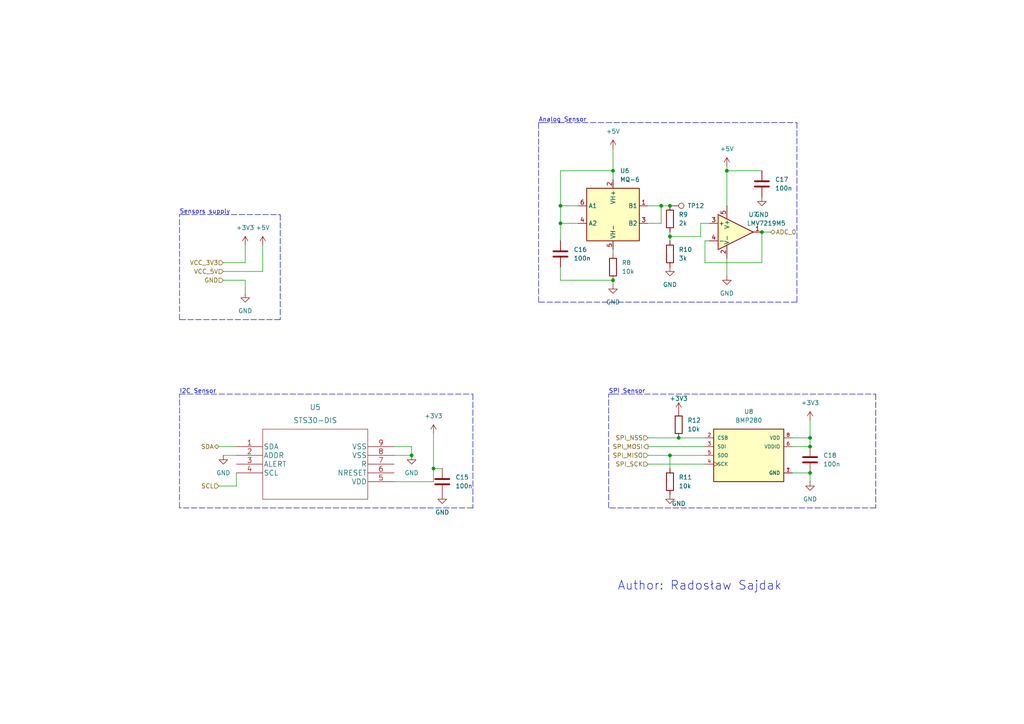
<source format=kicad_sch>
(kicad_sch (version 20211123) (generator eeschema)
  (paper "A4")
  (lib_symbols
    (symbol "BMP280:BMP280" (pin_names (offset 1.016))
      (property "Reference" "U" (at -10.1854 7.6454 0))
      (property "Value" "BMP280" (at -10.16 -10.16 0))
      (symbol "BMP280_0_0"
        (rectangle (start -10.16 -7.62) (end 10.16 7.62) (stroke (width 0.254)) (fill (type background)))
        (pin power_in line (at 12.7 -5.08 180) (length 2.54) (name "GND") (number "1"))
        (pin input line (at -12.7 5.08 0) (length 2.54) (name "CSB") (number "2"))
        (pin bidirectional line (at -12.7 2.54 0) (length 2.54) (name "SDI") (number "3"))
        (pin input clock (at -12.7 -2.54 0) (length 2.54) (name "SCK") (number "4"))
        (pin bidirectional line (at -12.7 0 0) (length 2.54) (name "SDO") (number "5"))
        (pin power_in line (at 12.7 2.54 180) (length 2.54) (name "VDDIO") (number "6"))
        (pin power_in line (at 12.7 -5.08 180) (length 2.54) (name "GND") (number "7"))
        (pin power_in line (at 12.7 5.08 180) (length 2.54) (name "VDD") (number "8"))
      )
    )
    (symbol "Comparator:LMV7219M5" (pin_names (offset 0.127))
      (property "Reference" "U" (at -1.27 6.35 0))
      (property "Value" "LMV7219M5" (at -1.27 3.81 0))
      (symbol "LMV7219M5_0_1"
        (polyline (pts (xy -5.08 5.08) (xy 5.08 0) (xy -5.08 -5.08) (xy -5.08 5.08)) (stroke (width 0.254)) (fill (type background)))
        (pin power_in line (at -2.54 -7.62 90) (length 3.81) (name "V-") (number "2"))
        (pin power_in line (at -2.54 7.62 270) (length 3.81) (name "V+") (number "5"))
      )
      (symbol "LMV7219M5_1_1"
        (pin output line (at 7.62 0 180) (length 2.54) (name "~") (number "1"))
        (pin input line (at -7.62 2.54 0) (length 2.54) (name "+") (number "3"))
        (pin input line (at -7.62 -2.54 0) (length 2.54) (name "-") (number "4"))
      )
    )
    (symbol "Connector:TestPoint" (pin_numbers hide) (pin_names (offset 0.762) hide)
      (property "Reference" "TP" (at 0 6.858 0))
      (property "Value" "TestPoint" (at 0 5.08 0))
      (symbol "TestPoint_0_1"
        (circle (center 0 3.302) (radius 0.762))
      )
      (symbol "TestPoint_1_1"
        (pin passive line (at 0 0 90) (length 2.54) (name "1") (number "1"))
      )
    )
    (symbol "Device:C" (pin_numbers hide) (pin_names (offset 0.254))
      (property "Reference" "C" (at 0.635 2.54 0))
      (property "Value" "C" (at 0.635 -2.54 0))
      (symbol "C_0_1"
        (polyline (pts (xy -2.032 -0.762) (xy 2.032 -0.762)) (stroke (width 0.508)))
        (polyline (pts (xy -2.032 0.762) (xy 2.032 0.762)) (stroke (width 0.508)))
      )
      (symbol "C_1_1"
        (pin passive line (at 0 3.81 270) (length 2.794) (name "~") (number "1"))
        (pin passive line (at 0 -3.81 90) (length 2.794) (name "~") (number "2"))
      )
    )
    (symbol "Device:R" (pin_numbers hide) (pin_names (offset 0))
      (property "Reference" "R" (at 2.032 0 90))
      (property "Value" "R" (at 0 0 90))
      (symbol "R_0_1"
        (rectangle (start -1.016 -2.54) (end 1.016 2.54) (stroke (width 0.254)))
      )
      (symbol "R_1_1"
        (pin passive line (at 0 3.81 270) (length 1.27) (name "~") (number "1"))
        (pin passive line (at 0 -3.81 90) (length 1.27) (name "~") (number "2"))
      )
    )
    (symbol "STS30:STS30-DIS" (pin_names (offset 0.254))
      (property "Reference" "U" (at 22.86 10.16 0))
      (property "Value" "STS30-DIS" (at 22.86 7.62 0))
      (symbol "STS30-DIS_1_1"
        (polyline (pts (xy 7.62 -15.24) (xy 38.1 -15.24)) (stroke (width 0.127)))
        (polyline (pts (xy 7.62 5.08) (xy 7.62 -15.24)) (stroke (width 0.127)))
        (polyline (pts (xy 38.1 -15.24) (xy 38.1 5.08)) (stroke (width 0.127)))
        (polyline (pts (xy 38.1 5.08) (xy 7.62 5.08)) (stroke (width 0.127)))
        (pin bidirectional line (at 0 0 0) (length 7.62) (name "SDA") (number "1"))
        (pin input line (at 0 -2.54 0) (length 7.62) (name "ADDR") (number "2"))
        (pin output line (at 0 -5.08 0) (length 7.62) (name "ALERT") (number "3"))
        (pin bidirectional line (at 0 -7.62 0) (length 7.62) (name "SCL") (number "4"))
        (pin power_in line (at 45.72 -10.16 180) (length 7.62) (name "VDD") (number "5"))
        (pin input line (at 45.72 -7.62 180) (length 7.62) (name "NRESET") (number "6"))
        (pin power_in line (at 45.72 -5.08 180) (length 7.62) (name "R") (number "7"))
        (pin power_in line (at 45.72 -2.54 180) (length 7.62) (name "VSS") (number "8"))
        (pin power_in line (at 45.72 0 180) (length 7.62) (name "VSS") (number "9"))
      )
    )
    (symbol "Sensor_Gas:MQ-6"
      (property "Reference" "U" (at -6.35 8.89 0))
      (property "Value" "MQ-6" (at 3.81 8.89 0))
      (symbol "MQ-6_0_1"
        (rectangle (start -7.62 7.62) (end 7.62 -7.62) (stroke (width 0.254)) (fill (type background)))
      )
      (symbol "MQ-6_1_1"
        (pin passive line (at 10.16 2.54 180) (length 2.54) (name "B1") (number "1"))
        (pin power_in line (at 0 10.16 270) (length 2.54) (name "VH+") (number "2"))
        (pin passive line (at 10.16 -2.54 180) (length 2.54) (name "B2") (number "3"))
        (pin passive line (at -10.16 -2.54 0) (length 2.54) (name "A2") (number "4"))
        (pin power_in line (at 0 -10.16 90) (length 2.54) (name "VH-") (number "5"))
        (pin passive line (at -10.16 2.54 0) (length 2.54) (name "A1") (number "6"))
      )
    )
    (symbol "power:+3V3" (power) (pin_names (offset 0))
      (property "Value" "+3V3" (at 0 3.556 0))
      (symbol "+3V3_0_1"
        (polyline (pts (xy -0.762 1.27) (xy 0 2.54)))
        (polyline (pts (xy 0 0) (xy 0 2.54)))
        (polyline (pts (xy 0 2.54) (xy 0.762 1.27)))
      )
      (symbol "+3V3_1_1"
        (pin power_in line (at 0 0 90) (length 0) hide (name "+3V3") (number "1"))
      )
    )
    (symbol "power:+5V" (power) (pin_names (offset 0))
      (property "Value" "+5V" (at 0 3.556 0))
      (symbol "+5V_0_1"
        (polyline (pts (xy -0.762 1.27) (xy 0 2.54)))
        (polyline (pts (xy 0 0) (xy 0 2.54)))
        (polyline (pts (xy 0 2.54) (xy 0.762 1.27)))
      )
      (symbol "+5V_1_1"
        (pin power_in line (at 0 0 90) (length 0) hide (name "+5V") (number "1"))
      )
    )
    (symbol "power:GND" (power) (pin_names (offset 0))
      (property "Value" "GND" (at 0 -3.81 0))
      (symbol "GND_0_1"
        (polyline (pts (xy 0 0) (xy 0 -1.27) (xy 1.27 -1.27) (xy 0 -2.54) (xy -1.27 -1.27) (xy 0 -1.27)))
      )
      (symbol "GND_1_1"
        (pin power_in line (at 0 0 270) (length 0) hide (name "GND") (number "1"))
      )
    )
  )
  (junction (at 162.56 64.77))
  (junction (at 125.73 135.89))
  (junction (at 162.56 59.69))
  (junction (at 119.38 132.08))
  (junction (at 194.31 59.69))
  (junction (at 234.95 129.54))
  (junction (at 177.8 49.53))
  (junction (at 191.77 59.69))
  (junction (at 196.85 127))
  (junction (at 194.31 132.08))
  (junction (at 194.31 68.58))
  (junction (at 234.95 137.16))
  (junction (at 220.98 67.31))
  (junction (at 177.8 81.28))
  (junction (at 234.95 127))
  (junction (at 210.82 49.53))
  (polyline (pts (xy 81.28 62.23) (xy 81.28 92.71)))
  (polyline (pts (xy 81.28 92.71) (xy 52.07 92.71)))
  (wire (pts (xy 187.96 127) (xy 196.85 127)))
  (wire (pts (xy 234.95 121.92) (xy 234.95 127)))
  (wire (pts (xy 194.31 132.08) (xy 204.47 132.08)))
  (wire (pts (xy 210.82 74.93) (xy 210.82 80.01)))
  (polyline (pts (xy 52.07 92.71) (xy 52.07 62.23)))
  (wire (pts (xy 203.2 68.58) (xy 194.31 68.58)))
  (wire (pts (xy 128.27 135.89) (xy 125.73 135.89)))
  (wire (pts (xy 194.31 68.58) (xy 194.31 69.85)))
  (polyline (pts (xy 176.53 114.3) (xy 177.8 114.3)))
  (wire (pts (xy 187.96 134.62) (xy 204.47 134.62)))
  (polyline (pts (xy 156.21 35.56) (xy 157.48 35.56)))
  (polyline (pts (xy 52.07 114.3) (xy 137.16 114.3)))
  (wire (pts (xy 162.56 59.69) (xy 162.56 49.53)))
  (wire (pts (xy 162.56 69.85) (xy 162.56 64.77)))
  (wire (pts (xy 210.82 49.53) (xy 220.98 49.53)))
  (wire (pts (xy 220.98 67.31) (xy 220.98 76.2)))
  (wire (pts (xy 229.87 129.54) (xy 234.95 129.54)))
  (polyline (pts (xy 52.07 62.23) (xy 53.34 62.23)))
  (wire (pts (xy 194.31 132.08) (xy 194.31 135.89)))
  (wire (pts (xy 210.82 49.53) (xy 210.82 59.69)))
  (polyline (pts (xy 53.34 62.23) (xy 81.28 62.23)))
  (wire (pts (xy 64.77 132.08) (xy 68.58 132.08)))
  (wire (pts (xy 234.95 129.54) (xy 234.95 127)))
  (wire (pts (xy 64.77 78.74) (xy 76.2 78.74)))
  (wire (pts (xy 64.77 81.28) (xy 71.12 81.28)))
  (wire (pts (xy 114.3 132.08) (xy 119.38 132.08)))
  (wire (pts (xy 187.96 132.08) (xy 194.31 132.08)))
  (polyline (pts (xy 176.53 147.32) (xy 176.53 114.3)))
  (polyline (pts (xy 231.14 87.63) (xy 156.21 87.63)))
  (polyline (pts (xy 177.8 114.3) (xy 254 114.3)))
  (wire (pts (xy 203.2 64.77) (xy 203.2 68.58)))
  (polyline (pts (xy 254 114.3) (xy 254 147.32)))
  (wire (pts (xy 76.2 78.74) (xy 76.2 71.12)))
  (polyline (pts (xy 231.14 35.56) (xy 231.14 87.63)))
  (wire (pts (xy 210.82 48.26) (xy 210.82 49.53)))
  (wire (pts (xy 177.8 49.53) (xy 177.8 52.07)))
  (wire (pts (xy 234.95 137.16) (xy 229.87 137.16)))
  (wire (pts (xy 196.85 127) (xy 204.47 127)))
  (wire (pts (xy 234.95 127) (xy 229.87 127)))
  (wire (pts (xy 187.96 64.77) (xy 191.77 64.77)))
  (wire (pts (xy 187.96 59.69) (xy 191.77 59.69)))
  (wire (pts (xy 162.56 59.69) (xy 167.64 59.69)))
  (wire (pts (xy 71.12 76.2) (xy 71.12 71.12)))
  (wire (pts (xy 204.47 69.85) (xy 205.74 69.85)))
  (wire (pts (xy 234.95 139.7) (xy 234.95 137.16)))
  (polyline (pts (xy 157.48 35.56) (xy 231.14 35.56)))
  (wire (pts (xy 119.38 132.08) (xy 119.38 129.54)))
  (wire (pts (xy 220.98 67.31) (xy 223.52 67.31)))
  (wire (pts (xy 191.77 64.77) (xy 191.77 59.69)))
  (wire (pts (xy 191.77 59.69) (xy 194.31 59.69)))
  (wire (pts (xy 125.73 139.7) (xy 114.3 139.7)))
  (polyline (pts (xy 52.07 147.32) (xy 52.07 114.3)))
  (polyline (pts (xy 137.16 147.32) (xy 52.07 147.32)))
  (wire (pts (xy 64.77 76.2) (xy 71.12 76.2)))
  (wire (pts (xy 220.98 76.2) (xy 204.47 76.2)))
  (wire (pts (xy 162.56 81.28) (xy 177.8 81.28)))
  (wire (pts (xy 125.73 125.73) (xy 125.73 135.89)))
  (wire (pts (xy 167.64 64.77) (xy 162.56 64.77)))
  (wire (pts (xy 119.38 129.54) (xy 114.3 129.54)))
  (wire (pts (xy 177.8 73.66) (xy 177.8 72.39)))
  (wire (pts (xy 63.5 129.54) (xy 68.58 129.54)))
  (wire (pts (xy 162.56 77.47) (xy 162.56 81.28)))
  (polyline (pts (xy 156.21 87.63) (xy 156.21 35.56)))
  (wire (pts (xy 177.8 81.28) (xy 177.8 82.55)))
  (wire (pts (xy 177.8 43.18) (xy 177.8 49.53)))
  (wire (pts (xy 125.73 135.89) (xy 125.73 139.7)))
  (polyline (pts (xy 254 147.32) (xy 176.53 147.32)))
  (wire (pts (xy 194.31 67.31) (xy 194.31 68.58)))
  (wire (pts (xy 68.58 137.16) (xy 68.58 140.97)))
  (wire (pts (xy 63.5 140.97) (xy 68.58 140.97)))
  (wire (pts (xy 162.56 49.53) (xy 177.8 49.53)))
  (polyline (pts (xy 137.16 114.3) (xy 137.16 147.32)))
  (wire (pts (xy 71.12 81.28) (xy 71.12 85.09)))
  (wire (pts (xy 205.74 64.77) (xy 203.2 64.77)))
  (wire (pts (xy 162.56 64.77) (xy 162.56 59.69)))
  (wire (pts (xy 187.96 129.54) (xy 204.47 129.54)))
  (wire (pts (xy 204.47 76.2) (xy 204.47 69.85)))
  (text "SPI Sensor" (at 176.53 114.3 0) (effects (font (size 1.27 1.27)) (justify left bottom)))
  (text "Author: Radosław Sajdak" (at 179.07 171.45 0) (effects (font (size 2.54 2.54)) (justify left bottom)))
  (text "Analog Sensor" (at 156.21 35.56 0) (effects (font (size 1.27 1.27)) (justify left bottom)))
  (text "Sensors supply" (at 52.07 62.23 0) (effects (font (size 1.27 1.27)) (justify left bottom)))
  (text "I2C Sensor" (at 52.07 114.3 0) (effects (font (size 1.27 1.27)) (justify left bottom)))
  (hierarchical_label "SPI_MISO" (shape input) (at 187.96 132.08 180))
  (hierarchical_label "GND" (shape input) (at 64.77 81.28 180))
  (hierarchical_label "SPI_SCK" (shape input) (at 187.96 134.62 180))
  (hierarchical_label "SPI_MOSI" (shape output) (at 187.96 129.54 180))
  (hierarchical_label "VCC_5V" (shape input) (at 64.77 78.74 180))
  (hierarchical_label "SDA" (shape bidirectional) (at 63.5 129.54 180))
  (hierarchical_label "ADC_0" (shape bidirectional) (at 223.52 67.31 0))
  (hierarchical_label "SPI_NSS" (shape input) (at 187.96 127 180))
  (hierarchical_label "SCL" (shape input) (at 63.5 140.97 180))
  (hierarchical_label "VCC_3V3" (shape input) (at 64.77 76.2 180))
  (symbol (lib_id "power:+3V3") (at 125.73 125.73 0) (unit 1)
    (property "Reference" "#PWR046" (effects hide))
    (property "Value" "+3V3" (at 125.73 120.65 0))
  )
  (symbol (lib_id "Device:C") (at 234.95 133.35 0) (unit 1)
    (property "Reference" "C18" (at 238.76 132.0799 0) (effects (justify left)))
    (property "Value" "100n" (at 238.76 134.6199 0) (effects (justify left)))
    (property "Footprint" "Capacitor_SMD:C_0805_2012Metric" (effects hide))
  )
  (symbol (lib_id "power:GND") (at 194.31 77.47 0) (unit 1)
    (property "Reference" "#PWR050" (effects hide))
    (property "Value" "GND" (at 194.31 82.55 0))
  )
  (symbol (lib_id "Connector:TestPoint") (at 194.31 59.69 270) (unit 1)
    (property "Reference" "TP12" (at 199.39 59.69 90) (effects (justify left)))
    (property "Value" "TestPoint" (effects hide))
    (property "Footprint" "TestPoint:TestPoint_Pad_D1.0mm" (effects hide))
  )
  (symbol (lib_id "power:GND") (at 220.98 57.15 0) (unit 1)
    (property "Reference" "#PWR055" (effects hide))
    (property "Value" "~" (at 220.98 62.23 0))
  )
  (symbol (lib_id "Device:R") (at 177.8 77.47 0) (unit 1)
    (property "Reference" "R8" (at 180.34 76.1999 0) (effects (justify left)))
    (property "Value" "10k" (at 180.34 78.7399 0) (effects (justify left)))
    (property "Footprint" "Resistor_SMD:R_0805_2012Metric" (effects hide))
  )
  (symbol (lib_id "Device:C") (at 162.56 73.66 0) (unit 1)
    (property "Reference" "C16" (at 166.37 72.3899 0) (effects (justify left)))
    (property "Value" "100n" (at 166.37 74.9299 0) (effects (justify left)))
    (property "Footprint" "Capacitor_SMD:C_0805_2012Metric" (effects hide))
  )
  (symbol (lib_id "Sensor_Gas:MQ-6") (at 177.8 62.23 0) (unit 1)
    (property "Reference" "U6" (at 179.8194 49.53 0) (effects (justify left)))
    (property "Value" "MQ-6" (at 179.8194 52.07 0) (effects (justify left)))
    (property "Footprint" "Sensor:MQ-6" (effects hide))
    (property "Datasheet" "https://www.winsen-sensor.com/d/files/semiconductor/mq-6.pdf" (effects hide))
  )
  (symbol (lib_id "power:GND") (at 234.95 139.7 0) (unit 1)
    (property "Reference" "#PWR057" (effects hide))
    (property "Value" "GND" (at 234.95 144.78 0))
  )
  (symbol (lib_id "STS30:STS30-DIS") (at 68.58 129.54 0) (unit 1)
    (property "Reference" "U5" (at 91.44 118.11 0) (effects (font (size 1.524 1.524))))
    (property "Value" "STS30-DIS" (at 91.44 121.92 0) (effects (font (size 1.524 1.524))))
    (property "Footprint" "STS30-DIS:STS30-DIS" (effects hide))
  )
  (symbol (lib_id "power:GND") (at 119.38 132.08 0) (unit 1)
    (property "Reference" "#PWR045" (effects hide))
    (property "Value" "GND" (at 119.38 137.16 0))
  )
  (symbol (lib_id "power:GND") (at 210.82 80.01 0) (unit 1)
    (property "Reference" "#PWR054" (effects hide))
    (property "Value" "GND" (at 210.82 85.09 0))
  )
  (symbol (lib_id "power:GND") (at 177.8 82.55 0) (unit 1)
    (property "Reference" "#PWR049" (effects hide))
    (property "Value" "~" (at 177.8 87.63 0))
  )
  (symbol (lib_id "power:+5V") (at 177.8 43.18 0) (unit 1)
    (property "Reference" "#PWR048" (effects hide))
    (property "Value" "+5V" (at 177.8 38.1 0))
  )
  (symbol (lib_id "Device:R") (at 194.31 139.7 0) (unit 1)
    (property "Reference" "R11" (at 196.85 138.4299 0) (effects (justify left)))
    (property "Value" "10k" (at 196.85 140.9699 0) (effects (justify left)))
    (property "Footprint" "Resistor_SMD:R_0805_2012Metric" (effects hide))
  )
  (symbol (lib_id "power:+3V3") (at 196.85 119.38 0) (unit 1)
    (property "Reference" "#PWR052" (effects hide))
    (property "Value" "+3V3" (at 196.85 115.57 0))
  )
  (symbol (lib_id "Device:R") (at 196.85 123.19 0) (unit 1)
    (property "Reference" "R12" (at 199.39 121.9199 0) (effects (justify left)))
    (property "Value" "10k" (at 199.39 124.4599 0) (effects (justify left)))
    (property "Footprint" "Resistor_SMD:R_0805_2012Metric" (effects hide))
  )
  (symbol (lib_id "Device:C") (at 128.27 139.7 0) (unit 1)
    (property "Reference" "C15" (at 132.08 138.4299 0) (effects (justify left)))
    (property "Value" "100n" (at 132.08 140.9699 0) (effects (justify left)))
    (property "Footprint" "Capacitor_SMD:C_0805_2012Metric" (effects hide))
  )
  (symbol (lib_id "power:GND") (at 64.77 132.08 0) (unit 1)
    (property "Reference" "#PWR041" (effects hide))
    (property "Value" "GND" (at 64.77 137.16 0))
  )
  (symbol (lib_id "Device:R") (at 194.31 73.66 0) (unit 1)
    (property "Reference" "R10" (at 196.85 72.3899 0) (effects (justify left)))
    (property "Value" "3k" (at 196.85 74.9299 0) (effects (justify left)))
    (property "Footprint" "Resistor_SMD:R_0805_2012Metric" (effects hide))
  )
  (symbol (lib_id "Device:R") (at 194.31 63.5 0) (unit 1)
    (property "Reference" "R9" (at 196.85 62.2299 0) (effects (justify left)))
    (property "Value" "2k" (at 196.85 64.7699 0) (effects (justify left)))
    (property "Footprint" "Resistor_SMD:R_0805_2012Metric" (effects hide))
  )
  (symbol (lib_id "power:GND") (at 194.31 143.51 0) (unit 1)
    (property "Reference" "#PWR051" (effects hide))
    (property "Value" "GND" (at 196.85 146.05 0))
  )
  (symbol (lib_id "power:+5V") (at 76.2 71.12 0) (unit 1)
    (property "Reference" "#PWR044" (effects hide))
    (property "Value" "+5V" (at 76.2 66.04 0))
  )
  (symbol (lib_id "Device:C") (at 220.98 53.34 0) (unit 1)
    (property "Reference" "C17" (at 224.79 52.0699 0) (effects (justify left)))
    (property "Value" "100n" (at 224.79 54.6099 0) (effects (justify left)))
    (property "Footprint" "Capacitor_SMD:C_0805_2012Metric" (effects hide))
  )
  (symbol (lib_id "power:GND") (at 71.12 85.09 0) (unit 1)
    (property "Reference" "#PWR043" (effects hide))
    (property "Value" "GND" (at 71.12 90.17 0))
  )
  (symbol (lib_id "BMP280:BMP280") (at 217.17 132.08 0) (unit 1)
    (property "Reference" "U8" (at 217.17 119.38 0))
    (property "Value" "BMP280" (at 217.17 121.92 0))
    (property "Footprint" "BMP280:XDCR_BMP280" (effects hide))
    (property "PART_REV" "1.19" (effects hide))
    (property "MANUFACTURER" "Bosch" (effects hide))
    (property "MP" "BMP280" (effects hide))
    (property "STANDARD" "MANUFACTURER RECOMMENDATIONS" (effects hide))
  )
  (symbol (lib_id "power:+3V3") (at 234.95 121.92 0) (unit 1)
    (property "Reference" "#PWR056" (effects hide))
    (property "Value" "+3V3" (at 234.95 116.84 0))
  )
  (symbol (lib_id "Comparator:LMV7219M5") (at 213.36 67.31 0) (unit 1)
    (property "Reference" "U7" (at 218.44 62.23 0))
    (property "Value" "LMV7219M5" (at 222.25 64.77 0))
    (property "Footprint" "Package_TO_SOT_SMD:SOT-23-5" (effects hide))
    (property "Datasheet" "https://www.ti.com/lit/ds/symlink/lmv7219.pdf" (effects hide))
  )
  (symbol (lib_id "power:+5V") (at 210.82 48.26 0) (unit 1)
    (property "Reference" "#PWR053" (effects hide))
    (property "Value" "+5V" (at 210.82 43.18 0))
  )
  (symbol (lib_id "power:GND") (at 128.27 143.51 0) (unit 1)
    (property "Reference" "#PWR047" (effects hide))
    (property "Value" "~" (at 128.27 148.59 0))
  )
  (symbol (lib_id "power:+3V3") (at 71.12 71.12 0) (unit 1)
    (property "Reference" "#PWR042" (effects hide))
    (property "Value" "+3V3" (at 71.12 66.04 0))
  )
)
</source>
